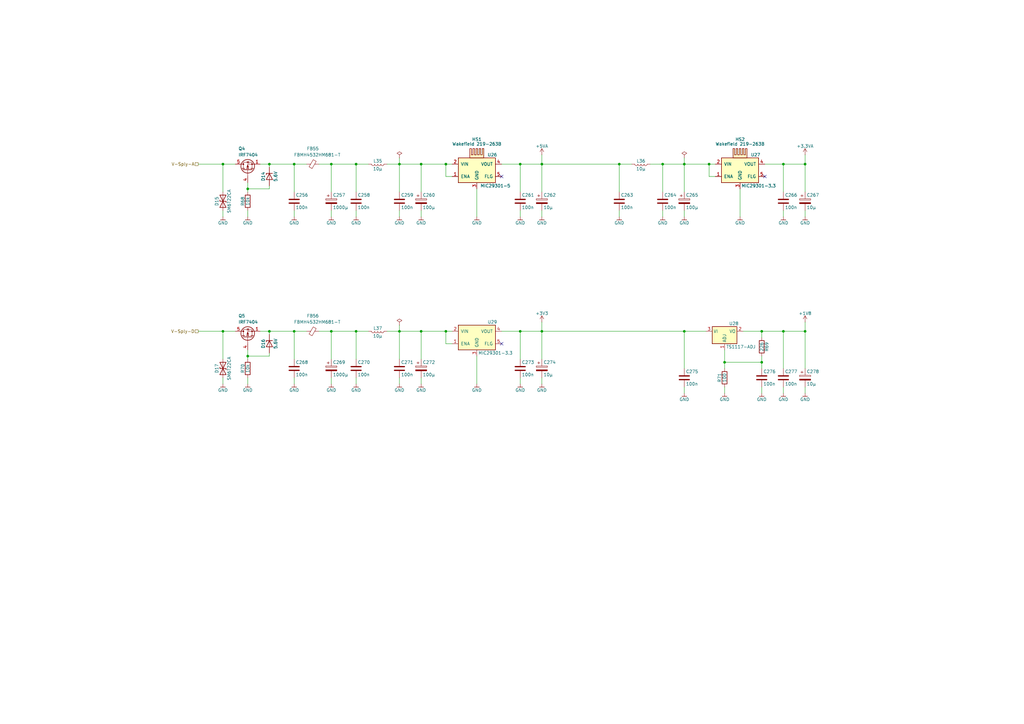
<source format=kicad_sch>
(kicad_sch (version 20250114) (generator "eeschema") (generator_version "9.0")
  (paper "A3")
  (title_block (title "Hauptplatine") (date "16.07.2020") (rev "0") (comment 1 "Hel") (comment 3 "Signalgenerator"))
  (lib_symbols
    (symbol "Device:C" (pin_numbers (hide yes)) (pin_names (offset 0.254))
      (property "Reference" "C" (at 0.635 2.54 0))
      (property "Value" "C" (at 0.635 -2.54 0))
      (symbol "C_0_1"
        (polyline (pts (xy -2.032 0.762) (xy 2.032 0.762)) (stroke (width 0.508)))
        (polyline (pts (xy -2.032 -0.762) (xy 2.032 -0.762)) (stroke (width 0.508)))
      )
      (symbol "C_1_1"
        (pin passive line (at 0 3.81 270) (length 2.794) (name "~") (number "1"))
        (pin passive line (at 0 -3.81 90) (length 2.794) (name "~") (number "2"))
      )
    )
    (symbol "Device:CP" (pin_numbers (hide yes)) (pin_names (offset 0.254))
      (property "Reference" "C" (at 0.635 2.54 0))
      (property "Value" "Device_CP" (at 0.635 -2.54 0))
      (symbol "CP_0_1"
        (rectangle (start -2.286 0.508) (end 2.286 1.016))
        (polyline (pts (xy -1.778 2.286) (xy -0.762 2.286)))
        (polyline (pts (xy -1.27 2.794) (xy -1.27 1.778)))
        (rectangle (start 2.286 -0.508) (end -2.286 -1.016) (fill (type outline)))
      )
      (symbol "CP_1_1"
        (pin passive line (at 0 3.81 270) (length 2.794) (name "~") (number "1"))
        (pin passive line (at 0 -3.81 90) (length 2.794) (name "~") (number "2"))
      )
    )
    (symbol "Device:D_TVS" (pin_numbers (hide yes)) (pin_names (offset 1.016) (hide yes))
      (property "Reference" "D" (at 0 2.54 0))
      (property "Value" "D_TVS" (at 0 -2.54 0))
      (symbol "D_TVS_0_1"
        (polyline (pts (xy -2.54 1.27) (xy -2.54 -1.27) (xy 2.54 1.27) (xy 2.54 -1.27) (xy -2.54 1.27)) (stroke (width 0.254)))
        (polyline (pts (xy 0.508 1.27) (xy 0 1.27) (xy 0 -1.27) (xy -0.508 -1.27)) (stroke (width 0.254)))
        (polyline (pts (xy 1.27 0) (xy -1.27 0)))
      )
      (symbol "D_TVS_1_1"
        (pin passive line (at -3.81 0 0) (length 2.54) (name "A1") (number "1"))
        (pin passive line (at 3.81 0 180) (length 2.54) (name "A2") (number "2"))
      )
    )
    (symbol "Device:D_Zener" (pin_numbers (hide yes)) (pin_names (offset 1.016) (hide yes))
      (property "Reference" "D" (at 0 2.54 0))
      (property "Value" "D_Zener" (at 0 -2.54 0))
      (symbol "D_Zener_0_1"
        (polyline (pts (xy -1.27 -1.27) (xy -1.27 1.27) (xy -0.762 1.27)) (stroke (width 0.254)))
        (polyline (pts (xy 1.27 0) (xy -1.27 0)))
        (polyline (pts (xy 1.27 -1.27) (xy 1.27 1.27) (xy -1.27 0) (xy 1.27 -1.27)) (stroke (width 0.254)))
      )
      (symbol "D_Zener_1_1"
        (pin passive line (at -3.81 0 0) (length 2.54) (name "K") (number "1"))
        (pin passive line (at 3.81 0 180) (length 2.54) (name "A") (number "2"))
      )
    )
    (symbol "Device:Ferrite_Bead_Small" (pin_numbers (hide yes)) (pin_names (offset 0))
      (property "Reference" "FB" (at 1.905 1.27 0))
      (property "Value" "Device_Ferrite_Bead_Small" (at 1.905 -1.27 0))
      (symbol "Ferrite_Bead_Small_0_1"
        (polyline (pts (xy -1.8288 0.2794) (xy -1.1176 1.4986) (xy 1.8288 -0.2032) (xy 1.1176 -1.4224) (xy -1.8288 0.2794)))
        (polyline (pts (xy 0 0.889) (xy 0 1.2954)))
        (polyline (pts (xy 0 -1.27) (xy 0 -0.7874)))
      )
      (symbol "Ferrite_Bead_Small_1_1"
        (pin passive line (at 0 2.54 270) (length 1.27) (name "~") (number "1"))
        (pin passive line (at 0 -2.54 90) (length 1.27) (name "~") (number "2"))
      )
    )
    (symbol "Device:L" (pin_numbers (hide yes)) (pin_names (offset 1.016) (hide yes))
      (property "Reference" "L" (at -1.27 0 90))
      (property "Value" "L" (at 1.905 0 90))
      (symbol "L_0_1"
        (arc (start 0 2.54) (mid 0.6323 1.905) (end 0 1.27))
        (arc (start 0 1.27) (mid 0.6323 0.635) (end 0 0))
        (arc (start 0 0) (mid 0.6323 -0.635) (end 0 -1.27))
        (arc (start 0 -1.27) (mid 0.6323 -1.905) (end 0 -2.54))
      )
      (symbol "L_1_1"
        (pin passive line (at 0 3.81 270) (length 1.27) (name "1") (number "1"))
        (pin passive line (at 0 -3.81 90) (length 1.27) (name "2") (number "2"))
      )
    )
    (symbol "Device:R" (pin_numbers (hide yes)) (pin_names (offset 0))
      (property "Reference" "R" (at 2.032 0 90))
      (property "Value" "R" (at 0 0 90))
      (symbol "R_0_1"
        (rectangle (start -1.016 -2.54) (end 1.016 2.54) (stroke (width 0.254)))
      )
      (symbol "R_1_1"
        (pin passive line (at 0 3.81 270) (length 1.27) (name "~") (number "1"))
        (pin passive line (at 0 -3.81 90) (length 1.27) (name "~") (number "2"))
      )
    )
    (symbol "Mechanical:Heatsink" (pin_names (offset 1.016))
      (property "Reference" "HS" (at 0 5.08 0))
      (property "Value" "Heatsink" (at 0 -1.27 0))
      (symbol "Heatsink_0_1"
        (polyline (pts (xy -0.3302 1.27) (xy -0.9652 1.27) (xy -0.9652 3.81) (xy -1.6002 3.81) (xy -1.6002 1.27) (xy -2.2352 1.27) (xy -2.2352 3.81) (xy -2.8702 3.81) (xy -2.8702 0) (xy -0.9652 0)) (stroke (width 0.254)) (fill (type background)))
        (polyline (pts (xy -0.3302 1.27) (xy -0.3302 3.81) (xy 0.3048 3.81) (xy 0.3048 1.27) (xy 0.9398 1.27) (xy 0.9398 3.81) (xy 1.5748 3.81) (xy 1.5748 1.27) (xy 2.2098 1.27) (xy 2.2098 3.81) (xy 2.8448 3.81) (xy 2.8448 0) (xy -0.9652 0)) (stroke (width 0.254)) (fill (type background)))
      )
    )
    (symbol "Regulator_Linear:AP1117-ADJ"
      (property "Reference" "U" (at -3.81 3.175 0))
      (property "Value" "AP1117-ADJ" (at 0 3.175 0))
      (symbol "AP1117-ADJ_0_1"
        (rectangle (start -5.08 -5.08) (end 5.08 1.905) (stroke (width 0.254)) (fill (type background)))
      )
      (symbol "AP1117-ADJ_1_1"
        (pin power_in line (at -7.62 0 0) (length 2.54) (name "VI") (number "3"))
        (pin input line (at 0 -7.62 90) (length 2.54) (name "ADJ") (number "1"))
        (pin power_out line (at 7.62 0 180) (length 2.54) (name "VO") (number "2"))
      )
    )
    (symbol "Transistor_FET:IRF7404" (pin_names (hide yes))
      (property "Reference" "Q" (at 5.08 1.905 0))
      (property "Value" "IRF7404" (at 5.08 0 0))
      (symbol "IRF7404_0_1"
        (polyline (pts (xy 0.254 1.905) (xy 0.254 -1.905)) (stroke (width 0.254)))
        (polyline (pts (xy 0.254 0) (xy -2.54 0)))
        (polyline (pts (xy 0.762 2.286) (xy 0.762 1.27)) (stroke (width 0.254)))
        (polyline (pts (xy 0.762 1.778) (xy 3.302 1.778) (xy 3.302 -1.778) (xy 0.762 -1.778)))
        (polyline (pts (xy 0.762 0.508) (xy 0.762 -0.508)) (stroke (width 0.254)))
        (polyline (pts (xy 0.762 -1.27) (xy 0.762 -2.286)) (stroke (width 0.254)))
        (circle (center 1.651 0) (radius 2.794) (stroke (width 0.254)))
        (polyline (pts (xy 2.286 0) (xy 1.27 0.381) (xy 1.27 -0.381) (xy 2.286 0)) (fill (type outline)))
        (polyline (pts (xy 2.54 2.54) (xy 2.54 1.778)))
        (circle (center 2.54 1.778) (radius 0.254) (fill (type outline)))
        (circle (center 2.54 -1.778) (radius 0.254) (fill (type outline)))
        (polyline (pts (xy 2.54 -2.54) (xy 2.54 0) (xy 0.762 0)))
        (polyline (pts (xy 2.794 -0.508) (xy 2.921 -0.381) (xy 3.683 -0.381) (xy 3.81 -0.254)))
        (polyline (pts (xy 3.302 -0.381) (xy 2.921 0.254) (xy 3.683 0.254) (xy 3.302 -0.381)))
      )
      (symbol "IRF7404_1_1"
        (pin passive line (at -5.08 0 0) (length 2.54) (name "G") (number "4"))
        (pin passive line (at 2.54 5.08 270) (length 2.54) (name "D") (number "5"))
        (pin passive line (at 2.54 5.08 270) (length 2.54) (hide yes) (name "D") (number "6"))
        (pin passive line (at 2.54 5.08 270) (length 2.54) (hide yes) (name "D") (number "7"))
        (pin passive line (at 2.54 5.08 270) (length 2.54) (hide yes) (name "D") (number "8"))
        (pin passive line (at 2.54 -5.08 90) (length 2.54) (name "S") (number "1"))
        (pin passive line (at 2.54 -5.08 90) (length 2.54) (hide yes) (name "S") (number "2"))
        (pin passive line (at 2.54 -5.08 90) (length 2.54) (hide yes) (name "S") (number "3"))
      )
    )
    (symbol "mario_aux:GND" (power) (pin_names (offset 0))
      (property "Value" "mario_aux_GND" (at 0 -2.54 0))
      (symbol "GND_0_1"
        (polyline (pts (xy 0 -1.27) (xy 0 0)))
        (polyline (pts (xy 1.016 -1.27) (xy -1.016 -1.27)) (stroke (width 0.2032)))
      )
      (symbol "GND_1_1"
        (pin power_in line (at 0 0 90) (length 0) (hide yes) (name "GND") (number "1"))
      )
    )
    (symbol "mario_devices:MIC29301" (pin_names (offset 1.016))
      (property "Reference" "U" (at 3.81 6.35 0))
      (property "Value" "mario_devices_MIC29301" (at 7.62 -6.35 0))
      (symbol "MIC29301_1_1"
        (rectangle (start -7.62 5.08) (end 7.62 -5.08) (stroke (width 0.254)) (fill (type background)))
        (pin power_in line (at -10.16 2.54 0) (length 2.54) (name "VIN") (number "2"))
        (pin input line (at -10.16 -2.54 0) (length 2.54) (name "ENA") (number "1"))
        (pin power_in line (at 0 -7.62 90) (length 2.54) (name "GND") (number "3"))
        (pin power_out line (at 10.16 2.54 180) (length 2.54) (name "VOUT") (number "4"))
        (pin output line (at 10.16 -2.54 180) (length 2.54) (name "FLG") (number "5"))
      )
    )
    (symbol "power:+1V8" (power) (pin_numbers (hide yes)) (pin_names (offset 0) (hide yes))
      (property "Value" "+1V8" (at 0 3.556 0))
      (symbol "+1V8_0_1"
        (polyline (pts (xy -0.762 1.27) (xy 0 2.54)))
        (polyline (pts (xy 0 2.54) (xy 0.762 1.27)))
        (polyline (pts (xy 0 0) (xy 0 2.54)))
      )
      (symbol "+1V8_1_1"
        (pin power_in line (at 0 0 90) (length 0) (name "~") (number "1"))
      )
    )
    (symbol "power:+3.3VA" (power) (pin_numbers (hide yes)) (pin_names (offset 0) (hide yes))
      (property "Value" "+3.3VA" (at 0 3.556 0))
      (symbol "+3.3VA_0_1"
        (polyline (pts (xy -0.762 1.27) (xy 0 2.54)))
        (polyline (pts (xy 0 2.54) (xy 0.762 1.27)))
        (polyline (pts (xy 0 0) (xy 0 2.54)))
      )
      (symbol "+3.3VA_1_1"
        (pin power_in line (at 0 0 90) (length 0) (name "~") (number "1"))
      )
    )
    (symbol "power:+3V3" (power) (pin_numbers (hide yes)) (pin_names (offset 0) (hide yes))
      (property "Value" "+3V3" (at 0 3.556 0))
      (symbol "+3V3_0_1"
        (polyline (pts (xy -0.762 1.27) (xy 0 2.54)))
        (polyline (pts (xy 0 2.54) (xy 0.762 1.27)))
        (polyline (pts (xy 0 0) (xy 0 2.54)))
      )
      (symbol "+3V3_1_1"
        (pin power_in line (at 0 0 90) (length 0) (name "~") (number "1"))
      )
    )
    (symbol "power:+5VA" (power) (pin_numbers (hide yes)) (pin_names (offset 0) (hide yes))
      (property "Value" "+5VA" (at 0 3.556 0))
      (symbol "+5VA_0_1"
        (polyline (pts (xy -0.762 1.27) (xy 0 2.54)))
        (polyline (pts (xy 0 2.54) (xy 0.762 1.27)))
        (polyline (pts (xy 0 0) (xy 0 2.54)))
      )
      (symbol "+5VA_1_1"
        (pin power_in line (at 0 0 90) (length 0) (name "~") (number "1"))
      )
    )
    (symbol "power:PWR_FLAG" (power) (pin_numbers (hide yes)) (pin_names (offset 0) (hide yes))
      (property "Value" "PWR_FLAG" (at 0 3.81 0))
      (symbol "PWR_FLAG_0_0"
        (pin power_out line (at 0 0 90) (length 0) (name "~") (number "1"))
      )
      (symbol "PWR_FLAG_0_1"
        (polyline (pts (xy 0 0) (xy 0 1.27) (xy -1.016 1.905) (xy 0 2.54) (xy 1.016 1.905) (xy 0 1.27)))
      )
    )
  )
  (junction (at 312.42 148.59))
  (junction (at 280.67 135.89))
  (junction (at 135.89 135.89))
  (junction (at 321.31 67.31))
  (junction (at 172.72 135.89))
  (junction (at 101.6 146.05))
  (junction (at 172.72 67.31))
  (junction (at 290.83 67.31))
  (junction (at 91.44 135.89))
  (junction (at 222.25 135.89))
  (junction (at 222.25 67.31))
  (junction (at 182.88 135.89))
  (junction (at 280.67 67.31))
  (junction (at 146.05 135.89))
  (junction (at 271.78 67.31))
  (junction (at 135.89 67.31))
  (junction (at 146.05 67.31))
  (junction (at 163.83 67.31))
  (junction (at 182.88 67.31))
  (junction (at 330.2 135.89))
  (junction (at 91.44 67.31))
  (junction (at 120.65 67.31))
  (junction (at 163.83 135.89))
  (junction (at 297.18 148.59))
  (junction (at 312.42 135.89))
  (junction (at 330.2 67.31))
  (junction (at 101.6 77.47))
  (junction (at 254 67.31))
  (junction (at 120.65 135.89))
  (junction (at 213.36 135.89))
  (junction (at 110.49 135.89))
  (junction (at 321.31 135.89))
  (junction (at 213.36 67.31))
  (junction (at 110.49 67.31))
  (no_connect (at 313.69 72.39))
  (no_connect (at 205.74 140.97))
  (no_connect (at 205.74 72.39))
  (wire (pts (xy 222.25 135.89) (xy 280.67 135.89)))
  (wire (pts (xy 213.36 67.31) (xy 222.25 67.31)))
  (wire (pts (xy 222.25 86.36) (xy 222.25 88.9)))
  (wire (pts (xy 110.49 76.2) (xy 110.49 77.47)))
  (wire (pts (xy 321.31 86.36) (xy 321.31 88.9)))
  (wire (pts (xy 106.68 135.89) (xy 110.49 135.89)))
  (wire (pts (xy 110.49 144.78) (xy 110.49 146.05)))
  (wire (pts (xy 91.44 147.32) (xy 91.44 135.89)))
  (wire (pts (xy 321.31 151.13) (xy 321.31 135.89)))
  (wire (pts (xy 185.42 135.89) (xy 182.88 135.89)))
  (wire (pts (xy 135.89 67.31) (xy 146.05 67.31)))
  (wire (pts (xy 321.31 67.31) (xy 330.2 67.31)))
  (wire (pts (xy 110.49 137.16) (xy 110.49 135.89)))
  (wire (pts (xy 185.42 67.31) (xy 182.88 67.31)))
  (wire (pts (xy 182.88 67.31) (xy 172.72 67.31)))
  (wire (pts (xy 330.2 86.36) (xy 330.2 88.9)))
  (wire (pts (xy 120.65 135.89) (xy 125.73 135.89)))
  (wire (pts (xy 101.6 154.94) (xy 101.6 157.48)))
  (wire (pts (xy 330.2 158.75) (xy 330.2 161.29)))
  (wire (pts (xy 254 78.74) (xy 254 67.31)))
  (wire (pts (xy 280.67 86.36) (xy 280.67 88.9)))
  (wire (pts (xy 293.37 72.39) (xy 290.83 72.39)))
  (wire (pts (xy 172.72 135.89) (xy 172.72 147.32)))
  (wire (pts (xy 106.68 67.31) (xy 110.49 67.31)))
  (wire (pts (xy 135.89 78.74) (xy 135.89 67.31)))
  (wire (pts (xy 163.83 67.31) (xy 172.72 67.31)))
  (wire (pts (xy 182.88 72.39) (xy 182.88 67.31)))
  (wire (pts (xy 182.88 135.89) (xy 172.72 135.89)))
  (wire (pts (xy 222.25 135.89) (xy 222.25 147.32)))
  (wire (pts (xy 213.36 135.89) (xy 213.36 147.32)))
  (wire (pts (xy 271.78 67.31) (xy 280.67 67.31)))
  (wire (pts (xy 271.78 67.31) (xy 271.78 78.74)))
  (wire (pts (xy 91.44 78.74) (xy 91.44 67.31)))
  (wire (pts (xy 195.58 88.9) (xy 195.58 77.47)))
  (wire (pts (xy 185.42 140.97) (xy 182.88 140.97)))
  (wire (pts (xy 91.44 67.31) (xy 81.28 67.31)))
  (wire (pts (xy 96.52 67.31) (xy 91.44 67.31)))
  (wire (pts (xy 280.67 135.89) (xy 289.56 135.89)))
  (wire (pts (xy 130.81 135.89) (xy 135.89 135.89)))
  (wire (pts (xy 146.05 135.89) (xy 151.13 135.89)))
  (wire (pts (xy 280.67 158.75) (xy 280.67 161.29)))
  (wire (pts (xy 304.8 135.89) (xy 312.42 135.89)))
  (wire (pts (xy 222.25 67.31) (xy 222.25 78.74)))
  (wire (pts (xy 182.88 140.97) (xy 182.88 135.89)))
  (wire (pts (xy 330.2 67.31) (xy 330.2 63.5)))
  (wire (pts (xy 185.42 72.39) (xy 182.88 72.39)))
  (wire (pts (xy 222.25 67.31) (xy 254 67.31)))
  (wire (pts (xy 158.75 135.89) (xy 163.83 135.89)))
  (wire (pts (xy 280.67 67.31) (xy 280.67 64.77)))
  (wire (pts (xy 135.89 86.36) (xy 135.89 88.9)))
  (wire (pts (xy 312.42 138.43) (xy 312.42 135.89)))
  (wire (pts (xy 101.6 77.47) (xy 101.6 78.74)))
  (wire (pts (xy 312.42 135.89) (xy 321.31 135.89)))
  (wire (pts (xy 120.65 78.74) (xy 120.65 67.31)))
  (wire (pts (xy 222.25 67.31) (xy 222.25 63.5)))
  (wire (pts (xy 110.49 68.58) (xy 110.49 67.31)))
  (wire (pts (xy 101.6 146.05) (xy 101.6 147.32)))
  (wire (pts (xy 290.83 67.31) (xy 280.67 67.31)))
  (wire (pts (xy 303.53 88.9) (xy 303.53 77.47)))
  (wire (pts (xy 120.65 86.36) (xy 120.65 88.9)))
  (wire (pts (xy 163.83 86.36) (xy 163.83 88.9)))
  (wire (pts (xy 222.25 135.89) (xy 222.25 132.08)))
  (wire (pts (xy 135.89 147.32) (xy 135.89 135.89)))
  (wire (pts (xy 254 67.31) (xy 259.08 67.31)))
  (wire (pts (xy 312.42 158.75) (xy 312.42 161.29)))
  (wire (pts (xy 135.89 135.89) (xy 146.05 135.89)))
  (wire (pts (xy 101.6 74.93) (xy 101.6 77.47)))
  (wire (pts (xy 91.44 135.89) (xy 81.28 135.89)))
  (wire (pts (xy 312.42 148.59) (xy 312.42 151.13)))
  (wire (pts (xy 321.31 67.31) (xy 321.31 78.74)))
  (wire (pts (xy 330.2 67.31) (xy 330.2 78.74)))
  (wire (pts (xy 280.67 151.13) (xy 280.67 135.89)))
  (wire (pts (xy 172.72 154.94) (xy 172.72 157.48)))
  (wire (pts (xy 330.2 135.89) (xy 330.2 132.08)))
  (wire (pts (xy 312.42 148.59) (xy 312.42 146.05)))
  (wire (pts (xy 213.36 67.31) (xy 213.36 78.74)))
  (wire (pts (xy 195.58 157.48) (xy 195.58 146.05)))
  (wire (pts (xy 110.49 146.05) (xy 101.6 146.05)))
  (wire (pts (xy 297.18 148.59) (xy 297.18 151.13)))
  (wire (pts (xy 120.65 147.32) (xy 120.65 135.89)))
  (wire (pts (xy 146.05 67.31) (xy 151.13 67.31)))
  (wire (pts (xy 205.74 135.89) (xy 213.36 135.89)))
  (wire (pts (xy 158.75 67.31) (xy 163.83 67.31)))
  (wire (pts (xy 146.05 78.74) (xy 146.05 67.31)))
  (wire (pts (xy 120.65 154.94) (xy 120.65 157.48)))
  (wire (pts (xy 290.83 72.39) (xy 290.83 67.31)))
  (wire (pts (xy 321.31 158.75) (xy 321.31 161.29)))
  (wire (pts (xy 101.6 143.51) (xy 101.6 146.05)))
  (wire (pts (xy 163.83 135.89) (xy 163.83 133.35)))
  (wire (pts (xy 205.74 67.31) (xy 213.36 67.31)))
  (wire (pts (xy 254 86.36) (xy 254 88.9)))
  (wire (pts (xy 146.05 154.94) (xy 146.05 157.48)))
  (wire (pts (xy 130.81 67.31) (xy 135.89 67.31)))
  (wire (pts (xy 172.72 86.36) (xy 172.72 88.9)))
  (wire (pts (xy 101.6 86.36) (xy 101.6 88.9)))
  (wire (pts (xy 313.69 67.31) (xy 321.31 67.31)))
  (wire (pts (xy 146.05 147.32) (xy 146.05 135.89)))
  (wire (pts (xy 163.83 67.31) (xy 163.83 78.74)))
  (wire (pts (xy 146.05 86.36) (xy 146.05 88.9)))
  (wire (pts (xy 91.44 154.94) (xy 91.44 157.48)))
  (wire (pts (xy 135.89 154.94) (xy 135.89 157.48)))
  (wire (pts (xy 330.2 135.89) (xy 330.2 151.13)))
  (wire (pts (xy 163.83 135.89) (xy 163.83 147.32)))
  (wire (pts (xy 293.37 67.31) (xy 290.83 67.31)))
  (wire (pts (xy 213.36 154.94) (xy 213.36 157.48)))
  (wire (pts (xy 297.18 158.75) (xy 297.18 161.29)))
  (wire (pts (xy 297.18 148.59) (xy 312.42 148.59)))
  (wire (pts (xy 163.83 67.31) (xy 163.83 64.77)))
  (wire (pts (xy 110.49 135.89) (xy 120.65 135.89)))
  (wire (pts (xy 266.7 67.31) (xy 271.78 67.31)))
  (wire (pts (xy 91.44 86.36) (xy 91.44 88.9)))
  (wire (pts (xy 110.49 67.31) (xy 120.65 67.31)))
  (wire (pts (xy 110.49 77.47) (xy 101.6 77.47)))
  (wire (pts (xy 163.83 154.94) (xy 163.83 157.48)))
  (wire (pts (xy 163.83 135.89) (xy 172.72 135.89)))
  (wire (pts (xy 213.36 135.89) (xy 222.25 135.89)))
  (wire (pts (xy 213.36 86.36) (xy 213.36 88.9)))
  (wire (pts (xy 271.78 86.36) (xy 271.78 88.9)))
  (wire (pts (xy 280.67 67.31) (xy 280.67 78.74)))
  (wire (pts (xy 96.52 135.89) (xy 91.44 135.89)))
  (wire (pts (xy 321.31 135.89) (xy 330.2 135.89)))
  (wire (pts (xy 222.25 154.94) (xy 222.25 157.48)))
  (wire (pts (xy 297.18 143.51) (xy 297.18 148.59)))
  (wire (pts (xy 120.65 67.31) (xy 125.73 67.31)))
  (wire (pts (xy 172.72 67.31) (xy 172.72 78.74)))
  (hierarchical_label "V-Sply-A" (shape passive) (at 81.28 67.31 180))
  (hierarchical_label "V-Sply-D" (shape passive) (at 81.28 135.89 180))
  (symbol (lib_id "Regulator_Linear:AP1117-ADJ") (at 297.18 135.89 0) (unit 1)
    (property "Reference" "U28" (at 300.99 132.715 0))
    (property "Value" "TS1117-ADJ" (at 297.815 142.24 0) (effects (justify left)))
    (property "Footprint" "Package_TO_SOT_SMD:TO-252-3_TabPin2" (effects (hide yes)))
    (property "Datasheet" "http://www.diodes.com/datasheets/AP1117.pdf" (effects (hide yes)))
  )
  (symbol (lib_id "Device:CP") (at 330.2 154.94 0) (unit 1)
    (property "Reference" "C278" (at 330.835 152.4 0) (effects (justify left)))
    (property "Value" "10µ" (at 330.835 157.48 0) (effects (justify left)))
    (property "Footprint" "Capacitor_THT:CP_Radial_D5.0mm_P2.00mm" (effects (hide yes)))
  )
  (symbol (lib_id "Device:C") (at 321.31 154.94 0) (unit 1)
    (property "Reference" "C277" (at 321.945 152.4 0) (effects (justify left)))
    (property "Value" "100n" (at 321.945 157.48 0) (effects (justify left)))
    (property "Footprint" "Capacitor_SMD:C_0805_2012Metric" (effects (hide yes)))
  )
  (symbol (lib_id "Device:C") (at 280.67 154.94 0) (unit 1)
    (property "Reference" "C275" (at 281.305 152.4 0) (effects (justify left)))
    (property "Value" "100n" (at 281.305 157.48 0) (effects (justify left)))
    (property "Footprint" "Capacitor_SMD:C_0805_2012Metric" (effects (hide yes)))
  )
  (symbol (lib_id "Device:R") (at 297.18 154.94 180) (unit 1)
    (property "Reference" "R71" (at 295.148 154.94 90))
    (property "Value" "100" (at 297.18 154.94 90))
    (property "Footprint" "Resistor_SMD:R_0805_2012Metric" (effects (hide yes)))
  )
  (symbol (lib_id "Device:R") (at 312.42 142.24 0) (unit 1)
    (property "Reference" "R69" (at 314.452 142.24 90))
    (property "Value" "226" (at 312.42 142.24 90))
    (property "Footprint" "Resistor_SMD:R_0805_2012Metric" (effects (hide yes)))
  )
  (symbol (lib_id "Device:C") (at 312.42 154.94 0) (unit 1)
    (property "Reference" "C276" (at 313.055 152.4 0) (effects (justify left)))
    (property "Value" "100n" (at 313.055 157.48 0) (effects (justify left)))
    (property "Footprint" "Capacitor_SMD:C_0805_2012Metric" (effects (hide yes)))
  )
  (symbol (lib_id "mario_aux:GND") (at 280.67 161.29 0) (unit 1)
    (property "Reference" "#GND0296" (effects (hide yes)))
    (property "Value" "GND" (at 280.67 163.83 0))
  )
  (symbol (lib_id "mario_aux:GND") (at 297.18 161.29 0) (unit 1)
    (property "Reference" "#GND0297" (effects (hide yes)))
    (property "Value" "GND" (at 297.18 163.83 0))
  )
  (symbol (lib_id "mario_aux:GND") (at 312.42 161.29 0) (unit 1)
    (property "Reference" "#GND0298" (effects (hide yes)))
    (property "Value" "GND" (at 312.42 163.83 0))
  )
  (symbol (lib_id "mario_aux:GND") (at 321.31 161.29 0) (unit 1)
    (property "Reference" "#GND0299" (effects (hide yes)))
    (property "Value" "GND" (at 321.31 163.83 0))
  )
  (symbol (lib_id "mario_aux:GND") (at 330.2 161.29 0) (unit 1)
    (property "Reference" "#GND0300" (effects (hide yes)))
    (property "Value" "GND" (at 330.2 163.83 0))
  )
  (symbol (lib_id "power:+1V8") (at 330.2 132.08 0) (unit 1)
    (property "Reference" "#PWR038" (effects (hide yes)))
    (property "Value" "+1V8" (at 330.2 128.524 0))
  )
  (symbol (lib_id "mario_devices:MIC29301") (at 195.58 69.85 0) (unit 1)
    (property "Reference" "U26" (at 201.93 63.5 0))
    (property "Value" "MIC29301-5" (at 203.2 76.2 0))
    (property "Footprint" "Package_TO_SOT_SMD:TO-263-5_TabPin3" (effects (hide yes)))
  )
  (symbol (lib_id "Device:CP") (at 135.89 82.55 0) (unit 1)
    (property "Reference" "C257" (at 136.525 80.01 0) (effects (justify left)))
    (property "Value" "1000µ" (at 136.525 85.09 0) (effects (justify left)))
    (property "Footprint" "Capacitor_THT:CP_Radial_D10.0mm_P5.00mm" (effects (hide yes)))
  )
  (symbol (lib_id "Device:L") (at 154.94 67.31 270) (unit 1)
    (property "Reference" "L35" (at 154.94 66.04 90))
    (property "Value" "10µ" (at 154.94 69.215 90))
    (property "Footprint" "Inductor_SMD:L_Wuerth_WE-PD-Typ-LS" (effects (hide yes)))
  )
  (symbol (lib_id "Device:C") (at 146.05 82.55 0) (unit 1)
    (property "Reference" "C258" (at 146.685 80.01 0) (effects (justify left)))
    (property "Value" "100n" (at 146.685 85.09 0) (effects (justify left)))
    (property "Footprint" "Capacitor_SMD:C_0805_2012Metric" (effects (hide yes)))
  )
  (symbol (lib_id "Device:C") (at 163.83 82.55 0) (unit 1)
    (property "Reference" "C259" (at 164.465 80.01 0) (effects (justify left)))
    (property "Value" "100n" (at 164.465 85.09 0) (effects (justify left)))
    (property "Footprint" "Capacitor_SMD:C_0805_2012Metric" (effects (hide yes)))
  )
  (symbol (lib_id "Device:CP") (at 172.72 82.55 0) (unit 1)
    (property "Reference" "C260" (at 173.355 80.01 0) (effects (justify left)))
    (property "Value" "100µ" (at 173.355 85.09 0) (effects (justify left)))
    (property "Footprint" "Capacitor_THT:CP_Radial_D6.3mm_P2.50mm" (effects (hide yes)))
  )
  (symbol (lib_id "mario_aux:GND") (at 135.89 88.9 0) (unit 1)
    (property "Reference" "#GND0273" (effects (hide yes)))
    (property "Value" "GND" (at 135.89 91.44 0))
  )
  (symbol (lib_id "mario_aux:GND") (at 146.05 88.9 0) (unit 1)
    (property "Reference" "#GND0274" (effects (hide yes)))
    (property "Value" "GND" (at 146.05 91.44 0))
  )
  (symbol (lib_id "mario_aux:GND") (at 163.83 88.9 0) (unit 1)
    (property "Reference" "#GND0275" (effects (hide yes)))
    (property "Value" "GND" (at 163.83 91.44 0))
  )
  (symbol (lib_id "mario_aux:GND") (at 172.72 88.9 0) (unit 1)
    (property "Reference" "#GND0276" (effects (hide yes)))
    (property "Value" "GND" (at 172.72 91.44 0))
  )
  (symbol (lib_id "mario_aux:GND") (at 195.58 88.9 0) (unit 1)
    (property "Reference" "#GND0277" (effects (hide yes)))
    (property "Value" "GND" (at 195.58 91.44 0))
  )
  (symbol (lib_id "Device:C") (at 213.36 82.55 0) (unit 1)
    (property "Reference" "C261" (at 213.995 80.01 0) (effects (justify left)))
    (property "Value" "100n" (at 213.995 85.09 0) (effects (justify left)))
    (property "Footprint" "Capacitor_SMD:C_0805_2012Metric" (effects (hide yes)))
  )
  (symbol (lib_id "Device:CP") (at 222.25 82.55 0) (unit 1)
    (property "Reference" "C262" (at 222.885 80.01 0) (effects (justify left)))
    (property "Value" "10µ" (at 222.885 85.09 0) (effects (justify left)))
    (property "Footprint" "Capacitor_THT:CP_Radial_D5.0mm_P2.00mm" (effects (hide yes)))
  )
  (symbol (lib_id "mario_aux:GND") (at 213.36 88.9 0) (unit 1)
    (property "Reference" "#GND0278" (effects (hide yes)))
    (property "Value" "GND" (at 213.36 91.44 0))
  )
  (symbol (lib_id "mario_aux:GND") (at 222.25 88.9 0) (unit 1)
    (property "Reference" "#GND0279" (effects (hide yes)))
    (property "Value" "GND" (at 222.25 91.44 0))
  )
  (symbol (lib_id "power:+5VA") (at 222.25 63.5 0) (unit 1)
    (property "Reference" "#PWR035" (effects (hide yes)))
    (property "Value" "+5VA" (at 222.25 59.944 0))
  )
  (symbol (lib_id "Mechanical:Heatsink") (at 195.58 64.77 0) (unit 1)
    (property "Reference" "HS1" (at 195.58 57.15 0))
    (property "Value" "Wakefield 219-263B" (at 195.58 59.055 0))
    (property "Footprint" "mario-various:Heatsink-TO263_219-263B-TR_Wakefield" (effects (hide yes)))
  )
  (symbol (lib_id "mario_devices:MIC29301") (at 303.53 69.85 0) (unit 1)
    (property "Reference" "U27" (at 309.88 63.5 0))
    (property "Value" "MIC29301-3.3" (at 311.15 76.2 0))
    (property "Footprint" "Package_TO_SOT_SMD:TO-263-5_TabPin3" (effects (hide yes)))
  )
  (symbol (lib_id "Device:C") (at 271.78 82.55 0) (unit 1)
    (property "Reference" "C264" (at 272.415 80.01 0) (effects (justify left)))
    (property "Value" "100n" (at 272.415 85.09 0) (effects (justify left)))
    (property "Footprint" "Capacitor_SMD:C_0805_2012Metric" (effects (hide yes)))
  )
  (symbol (lib_id "Device:CP") (at 280.67 82.55 0) (unit 1)
    (property "Reference" "C265" (at 281.305 80.01 0) (effects (justify left)))
    (property "Value" "100µ" (at 281.305 85.09 0) (effects (justify left)))
    (property "Footprint" "Capacitor_THT:CP_Radial_D6.3mm_P2.50mm" (effects (hide yes)))
  )
  (symbol (lib_id "mario_aux:GND") (at 271.78 88.9 0) (unit 1)
    (property "Reference" "#GND0281" (effects (hide yes)))
    (property "Value" "GND" (at 271.78 91.44 0))
  )
  (symbol (lib_id "mario_aux:GND") (at 280.67 88.9 0) (unit 1)
    (property "Reference" "#GND0282" (effects (hide yes)))
    (property "Value" "GND" (at 280.67 91.44 0))
  )
  (symbol (lib_id "mario_aux:GND") (at 303.53 88.9 0) (unit 1)
    (property "Reference" "#GND0283" (effects (hide yes)))
    (property "Value" "GND" (at 303.53 91.44 0))
  )
  (symbol (lib_id "Device:C") (at 321.31 82.55 0) (unit 1)
    (property "Reference" "C266" (at 321.945 80.01 0) (effects (justify left)))
    (property "Value" "100n" (at 321.945 85.09 0) (effects (justify left)))
    (property "Footprint" "Capacitor_SMD:C_0805_2012Metric" (effects (hide yes)))
  )
  (symbol (lib_id "Device:CP") (at 330.2 82.55 0) (unit 1)
    (property "Reference" "C267" (at 330.835 80.01 0) (effects (justify left)))
    (property "Value" "10µ" (at 330.835 85.09 0) (effects (justify left)))
    (property "Footprint" "Capacitor_THT:CP_Radial_D5.0mm_P2.00mm" (effects (hide yes)))
  )
  (symbol (lib_id "mario_aux:GND") (at 321.31 88.9 0) (unit 1)
    (property "Reference" "#GND0284" (effects (hide yes)))
    (property "Value" "GND" (at 321.31 91.44 0))
  )
  (symbol (lib_id "mario_aux:GND") (at 330.2 88.9 0) (unit 1)
    (property "Reference" "#GND0285" (effects (hide yes)))
    (property "Value" "GND" (at 330.2 91.44 0))
  )
  (symbol (lib_id "Mechanical:Heatsink") (at 303.53 64.77 0) (unit 1)
    (property "Reference" "HS2" (at 303.53 57.15 0))
    (property "Value" "Wakefield 219-263B" (at 303.53 59.055 0))
    (property "Footprint" "mario-various:Heatsink-TO263_219-263B-TR_Wakefield" (effects (hide yes)))
  )
  (symbol (lib_id "power:+3.3VA") (at 330.2 63.5 0) (unit 1)
    (property "Reference" "#PWR036" (effects (hide yes)))
    (property "Value" "+3.3VA" (at 330.2 59.944 0))
  )
  (symbol (lib_id "mario_devices:MIC29301") (at 195.58 138.43 0) (unit 1)
    (property "Reference" "U29" (at 201.93 132.08 0))
    (property "Value" "MIC29301-3.3" (at 203.2 144.78 0))
    (property "Footprint" "Package_TO_SOT_SMD:TO-263-5_TabPin3" (effects (hide yes)))
  )
  (symbol (lib_id "Device:CP") (at 135.89 151.13 0) (unit 1)
    (property "Reference" "C269" (at 136.525 148.59 0) (effects (justify left)))
    (property "Value" "1000µ" (at 136.525 153.67 0) (effects (justify left)))
    (property "Footprint" "Capacitor_THT:CP_Radial_D10.0mm_P5.00mm" (effects (hide yes)))
  )
  (symbol (lib_id "Device:C") (at 146.05 151.13 0) (unit 1)
    (property "Reference" "C270" (at 146.685 148.59 0) (effects (justify left)))
    (property "Value" "100n" (at 146.685 153.67 0) (effects (justify left)))
    (property "Footprint" "Capacitor_SMD:C_0805_2012Metric" (effects (hide yes)))
  )
  (symbol (lib_id "Device:C") (at 163.83 151.13 0) (unit 1)
    (property "Reference" "C271" (at 164.465 148.59 0) (effects (justify left)))
    (property "Value" "100n" (at 164.465 153.67 0) (effects (justify left)))
    (property "Footprint" "Capacitor_SMD:C_0805_2012Metric" (effects (hide yes)))
  )
  (symbol (lib_id "Device:CP") (at 172.72 151.13 0) (unit 1)
    (property "Reference" "C272" (at 173.355 148.59 0) (effects (justify left)))
    (property "Value" "100µ" (at 173.355 153.67 0) (effects (justify left)))
    (property "Footprint" "Capacitor_THT:CP_Radial_D6.3mm_P2.50mm" (effects (hide yes)))
  )
  (symbol (lib_id "mario_aux:GND") (at 135.89 157.48 0) (unit 1)
    (property "Reference" "#GND0289" (effects (hide yes)))
    (property "Value" "GND" (at 135.89 160.02 0))
  )
  (symbol (lib_id "mario_aux:GND") (at 146.05 157.48 0) (unit 1)
    (property "Reference" "#GND0290" (effects (hide yes)))
    (property "Value" "GND" (at 146.05 160.02 0))
  )
  (symbol (lib_id "mario_aux:GND") (at 163.83 157.48 0) (unit 1)
    (property "Reference" "#GND0291" (effects (hide yes)))
    (property "Value" "GND" (at 163.83 160.02 0))
  )
  (symbol (lib_id "mario_aux:GND") (at 172.72 157.48 0) (unit 1)
    (property "Reference" "#GND0292" (effects (hide yes)))
    (property "Value" "GND" (at 172.72 160.02 0))
  )
  (symbol (lib_id "mario_aux:GND") (at 195.58 157.48 0) (unit 1)
    (property "Reference" "#GND0293" (effects (hide yes)))
    (property "Value" "GND" (at 195.58 160.02 0))
  )
  (symbol (lib_id "Device:C") (at 213.36 151.13 0) (unit 1)
    (property "Reference" "C273" (at 213.995 148.59 0) (effects (justify left)))
    (property "Value" "100n" (at 213.995 153.67 0) (effects (justify left)))
    (property "Footprint" "Capacitor_SMD:C_0805_2012Metric" (effects (hide yes)))
  )
  (symbol (lib_id "Device:CP") (at 222.25 151.13 0) (unit 1)
    (property "Reference" "C274" (at 222.885 148.59 0) (effects (justify left)))
    (property "Value" "10µ" (at 222.885 153.67 0) (effects (justify left)))
    (property "Footprint" "Capacitor_THT:CP_Radial_D5.0mm_P2.00mm" (effects (hide yes)))
  )
  (symbol (lib_id "mario_aux:GND") (at 213.36 157.48 0) (unit 1)
    (property "Reference" "#GND0294" (effects (hide yes)))
    (property "Value" "GND" (at 213.36 160.02 0))
  )
  (symbol (lib_id "mario_aux:GND") (at 222.25 157.48 0) (unit 1)
    (property "Reference" "#GND0295" (effects (hide yes)))
    (property "Value" "GND" (at 222.25 160.02 0))
  )
  (symbol (lib_id "Device:D_Zener") (at 110.49 72.39 90) (mirror x) (unit 1)
    (property "Reference" "D14" (at 107.95 72.39 0))
    (property "Value" "5.6V" (at 113.03 72.39 0))
    (property "Footprint" "Diode_SMD:D_SOD-123" (effects (hide yes)))
  )
  (symbol (lib_id "Device:R") (at 101.6 82.55 180) (unit 1)
    (property "Reference" "R68" (at 99.568 82.55 90))
    (property "Value" "10k" (at 101.6 82.55 90))
    (property "Footprint" "Resistor_SMD:R_0805_2012Metric" (effects (hide yes)))
  )
  (symbol (lib_id "mario_aux:GND") (at 101.6 88.9 0) (unit 1)
    (property "Reference" "#GND0271" (effects (hide yes)))
    (property "Value" "GND" (at 101.6 91.44 0))
  )
  (symbol (lib_id "Device:C") (at 254 82.55 0) (unit 1)
    (property "Reference" "C263" (at 254.635 80.01 0) (effects (justify left)))
    (property "Value" "100n" (at 254.635 85.09 0) (effects (justify left)))
    (property "Footprint" "Capacitor_SMD:C_0805_2012Metric" (effects (hide yes)))
  )
  (symbol (lib_id "mario_aux:GND") (at 254 88.9 0) (unit 1)
    (property "Reference" "#GND0280" (effects (hide yes)))
    (property "Value" "GND" (at 254 91.44 0))
  )
  (symbol (lib_id "Device:R") (at 101.6 151.13 180) (unit 1)
    (property "Reference" "R70" (at 99.568 151.13 90))
    (property "Value" "10k" (at 101.6 151.13 90))
    (property "Footprint" "Resistor_SMD:R_0805_2012Metric" (effects (hide yes)))
  )
  (symbol (lib_id "mario_aux:GND") (at 101.6 157.48 0) (unit 1)
    (property "Reference" "#GND0287" (effects (hide yes)))
    (property "Value" "GND" (at 101.6 160.02 0))
  )
  (symbol (lib_id "Transistor_FET:IRF7404") (at 101.6 69.85 90) (unit 1)
    (property "Reference" "Q4" (at 97.79 60.96 90) (effects (justify right)))
    (property "Value" "IRF7404" (at 97.79 63.5 90) (effects (justify right)))
    (property "Footprint" "Package_SO:SOIC-8_3.9x4.9mm_P1.27mm" (effects (hide yes)))
    (property "Datasheet" "http://www.infineon.com/dgdl/irf7404.pdf?fileId=5546d462533600a4015355fa2b5b1b9e" (effects (hide yes)))
  )
  (symbol (lib_id "Device:D_Zener") (at 110.49 140.97 90) (mirror x) (unit 1)
    (property "Reference" "D16" (at 107.95 140.97 0))
    (property "Value" "5.6V" (at 113.03 140.97 0))
    (property "Footprint" "Diode_SMD:D_SOD-123" (effects (hide yes)))
  )
  (symbol (lib_id "Device:Ferrite_Bead_Small") (at 128.27 67.31 90) (unit 1)
    (property "Reference" "FB55" (at 130.81 60.96 90) (effects (justify left)))
    (property "Value" "FBMH4532HM681-T" (at 139.7 63.5 90) (effects (justify left)))
    (property "Footprint" "Inductor_SMD:L_1812_4532Metric" (effects (hide yes)))
  )
  (symbol (lib_id "Device:C") (at 120.65 82.55 0) (unit 1)
    (property "Reference" "C256" (at 121.285 80.01 0) (effects (justify left)))
    (property "Value" "100n" (at 121.285 85.09 0) (effects (justify left)))
    (property "Footprint" "Capacitor_SMD:C_0805_2012Metric" (effects (hide yes)))
  )
  (symbol (lib_id "mario_aux:GND") (at 120.65 88.9 0) (unit 1)
    (property "Reference" "#GND0272" (effects (hide yes)))
    (property "Value" "GND" (at 120.65 91.44 0))
  )
  (symbol (lib_id "Device:D_TVS") (at 91.44 82.55 90) (unit 1)
    (property "Reference" "D15" (at 88.9 82.55 0))
    (property "Value" "SM6T22CA" (at 93.98 82.55 0))
    (property "Footprint" "Diode_SMD:D_SMB" (effects (hide yes)))
  )
  (symbol (lib_id "Device:Ferrite_Bead_Small") (at 128.27 135.89 90) (unit 1)
    (property "Reference" "FB56" (at 130.81 129.54 90) (effects (justify left)))
    (property "Value" "FBMH4532HM681-T" (at 139.7 132.08 90) (effects (justify left)))
    (property "Footprint" "Inductor_SMD:L_1812_4532Metric" (effects (hide yes)))
  )
  (symbol (lib_id "Device:C") (at 120.65 151.13 0) (unit 1)
    (property "Reference" "C268" (at 121.285 148.59 0) (effects (justify left)))
    (property "Value" "100n" (at 121.285 153.67 0) (effects (justify left)))
    (property "Footprint" "Capacitor_SMD:C_0805_2012Metric" (effects (hide yes)))
  )
  (symbol (lib_id "mario_aux:GND") (at 120.65 157.48 0) (unit 1)
    (property "Reference" "#GND0288" (effects (hide yes)))
    (property "Value" "GND" (at 120.65 160.02 0))
  )
  (symbol (lib_id "mario_aux:GND") (at 91.44 88.9 0) (unit 1)
    (property "Reference" "#GND0270" (effects (hide yes)))
    (property "Value" "GND" (at 91.44 91.44 0))
  )
  (symbol (lib_id "Device:D_TVS") (at 91.44 151.13 90) (unit 1)
    (property "Reference" "D17" (at 88.9 151.13 0))
    (property "Value" "SM6T22CA" (at 93.98 151.13 0))
    (property "Footprint" "Diode_SMD:D_SMB" (effects (hide yes)))
  )
  (symbol (lib_id "mario_aux:GND") (at 91.44 157.48 0) (unit 1)
    (property "Reference" "#GND0286" (effects (hide yes)))
    (property "Value" "GND" (at 91.44 160.02 0))
  )
  (symbol (lib_id "Transistor_FET:IRF7404") (at 101.6 138.43 90) (unit 1)
    (property "Reference" "Q5" (at 97.79 129.54 90) (effects (justify right)))
    (property "Value" "IRF7404" (at 97.79 132.08 90) (effects (justify right)))
    (property "Footprint" "Package_SO:SOIC-8_3.9x4.9mm_P1.27mm" (effects (hide yes)))
    (property "Datasheet" "http://www.infineon.com/dgdl/irf7404.pdf?fileId=5546d462533600a4015355fa2b5b1b9e" (effects (hide yes)))
  )
  (symbol (lib_id "power:PWR_FLAG") (at 163.83 133.35 0) (unit 1)
    (property "Reference" "#FLG027" (effects (hide yes)))
    (property "Value" "PWR_FLAG" (effects (hide yes)))
  )
  (symbol (lib_id "power:PWR_FLAG") (at 163.83 64.77 0) (unit 1)
    (property "Reference" "#FLG025" (effects (hide yes)))
    (property "Value" "PWR_FLAG" (effects (hide yes)))
  )
  (symbol (lib_id "power:PWR_FLAG") (at 280.67 64.77 0) (unit 1)
    (property "Reference" "#FLG026" (effects (hide yes)))
    (property "Value" "PWR_FLAG" (effects (hide yes)))
  )
  (symbol (lib_id "power:+3V3") (at 222.25 132.08 0) (unit 1)
    (property "Reference" "#PWR037" (effects (hide yes)))
    (property "Value" "+3V3" (at 222.25 128.524 0))
  )
  (symbol (lib_id "Device:L") (at 262.89 67.31 270) (unit 1)
    (property "Reference" "L36" (at 262.89 66.04 90))
    (property "Value" "10µ" (at 262.89 69.215 90))
    (property "Footprint" "receiver:Wuerth_WE-TPC_Shielded" (effects (hide yes)))
  )
  (symbol (lib_id "Device:L") (at 154.94 135.89 270) (unit 1)
    (property "Reference" "L37" (at 154.94 134.62 90))
    (property "Value" "10µ" (at 154.94 137.795 90))
    (property "Footprint" "Inductor_SMD:L_Wuerth_WE-PD-Typ-LS" (effects (hide yes)))
  )
)
</source>
